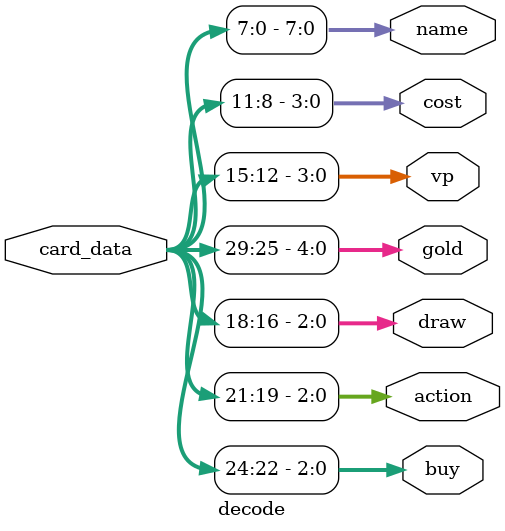
<source format=v>
module decode(
	input [29:0] card_data,
	output reg [2:0] buy, action, draw,
	output reg [4:0] gold,//tells vp in ENDGAME mode
	output reg [3:0] vp, cost,
	output reg [7:0] name
	);
	
	always @(card_data) begin
		gold = card_data[30:25];
		buy = card_data[24:22];
		action = card_data[21:19];
		draw = card_data[18:16];
		vp = card_data[15:12];
		cost = card_data[11:8];
		name = card_data[7:0];
	end

endmodule
</source>
